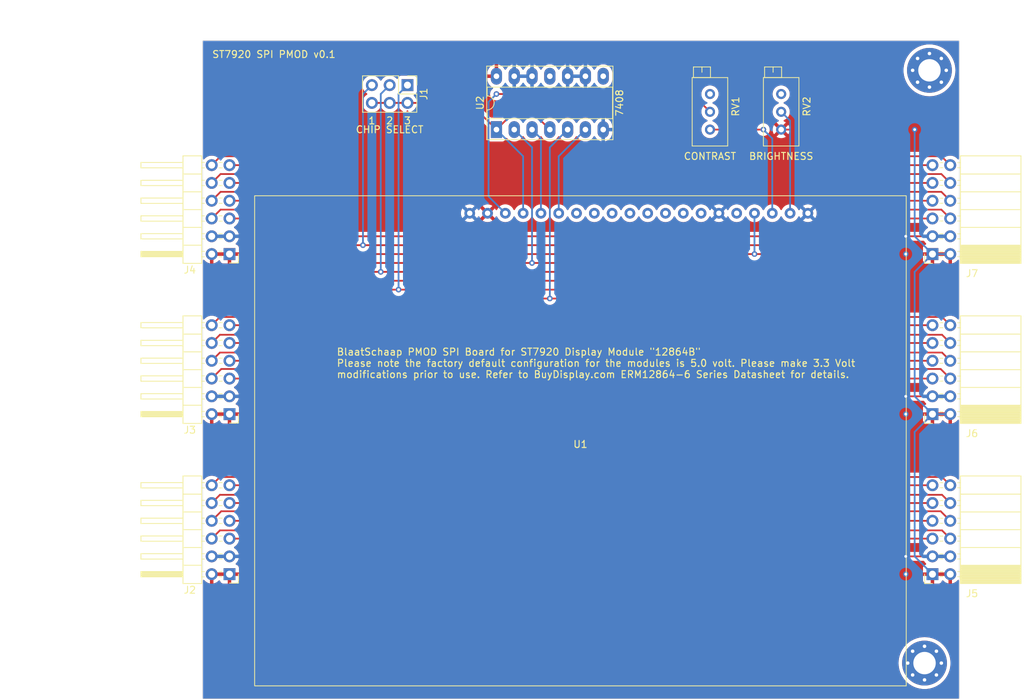
<source format=kicad_pcb>
(kicad_pcb (version 20221018) (generator pcbnew)
  (layers (0 "F.Cu" signal) (31 "B.Cu" signal) (34 "B.Paste" user "B.Plakken") (35 "F.Paste" user "F.Plakken") (36 "B.SilkS" user "B.Silkscreen") (37 "F.SilkS" user "F.Silkscreen") (38 "B.Mask" user) (39 "F.Mask" user "F. masker") (44 "Edge.Cuts" user))
  (net 0 "")
  (net 1 "SCL")
  (net 2 "SDA")
  (net 3 "PMOD_UART_INT")
  (net 4 "PMOD_UART_CTS")
  (net 5 "PMOD_UART_TXD")
  (net 6 "PMOD_UART_GPIO3")
  (net 7 "PMOD_UART_RXD")
  (net 8 "PMOD_UART_GPIO4")
  (net 9 "PMOD_UART_RTS")
  (net 10 "PMOD_SPI_INT")
  (net 11 "PMOD_SPI_CS")
  (net 12 "PMOD_SPI_RESET")
  (net 13 "PMOD_SPI_MOSI")
  (net 14 "PMOD_SPI_CS2")
  (net 15 "PMOD_SPI_MISO")
  (net 16 "PMOD_SPI_CS3")
  (net 17 "PMOD_SPI_SCK")
  (net 18 "PMOD_I2C_GPIO1")
  (net 19 "PMOD_I2C_INT")
  (net 20 "PMOD_I2C_GPIO2")
  (net 21 "PMOD_I2C_RESET")
  (net 22 "PMOD_I2C_GPIO3")
  (net 23 "PMOD_I2C_GPIO4")
  (net 24 "CS")
  (net 25 "Net-(U1-Vout)")
  (net 26 "Net-(U1-V0)")
  (net 28 "Net-(U1-LEDA)")
  (net 30 "SID")
  (net 31 "SCLK")
  (net 32 "VCC")
  (net 33 "GND")
  (net 34 "PMOD_UART_RESET")
  (footprint "Connector_PinHeader_2.54mm:PinHeader_2x06_P2.54mm_Horizontal" (layer "F.Cu") (at 63.5 119.38 180)
    (fp_text reference "J2" (at 5.655 -2.27) (layer "F.SilkS"))
    (fp_text value "~")
    (pad "1" thru_hole rect (at 0 0 180) (size 1.7 1.7) (drill 1) (layers "*.Cu" "*.Mask") (net 32 "VCC"))
    (pad "2" thru_hole oval (at 2.54 0 180) (size 1.7 1.7) (drill 1) (layers "*.Cu" "*.Mask") (net 32 "VCC"))
    (pad "3" thru_hole oval (at 0 2.54 180) (size 1.7 1.7) (drill 1) (layers "*.Cu" "*.Mask") (net 33 "GND"))
    (pad "4" thru_hole oval (at 2.54 2.54 180) (size 1.7 1.7) (drill 1) (layers "*.Cu" "*.Mask") (net 33 "GND"))
    (pad "5" thru_hole oval (at 0 5.08 180) (size 1.7 1.7) (drill 1) (layers "*.Cu" "*.Mask") (net 2 "SDA"))
    (pad "6" thru_hole oval (at 2.54 5.08 180) (size 1.7 1.7) (drill 1) (layers "*.Cu" "*.Mask") (net 23 "PMOD_I2C_GPIO4"))
    (pad "7" thru_hole oval (at 0 7.62 180) (size 1.7 1.7) (drill 1) (layers "*.Cu" "*.Mask") (net 1 "SCL"))
    (pad "8" thru_hole oval (at 2.54 7.62 180) (size 1.7 1.7) (drill 1) (layers "*.Cu" "*.Mask") (net 22 "PMOD_I2C_GPIO3"))
    (pad "9" thru_hole oval (at 0 10.16 180) (size 1.7 1.7) (drill 1) (layers "*.Cu" "*.Mask") (net 21 "PMOD_I2C_RESET"))
    (pad "10" thru_hole oval (at 2.54 10.16 180) (size 1.7 1.7) (drill 1) (layers "*.Cu" "*.Mask") (net 20 "PMOD_I2C_GPIO2"))
    (pad "11" thru_hole oval (at 0 12.7 180) (size 1.7 1.7) (drill 1) (layers "*.Cu" "*.Mask") (net 19 "PMOD_I2C_INT"))
    (pad "12" thru_hole oval (at 2.54 12.7 180) (size 1.7 1.7) (drill 1) (layers "*.Cu" "*.Mask") (net 18 "PMOD_I2C_GPIO1"))
  )
  (footprint "Connector_PinHeader_2.54mm:PinHeader_2x06_P2.54mm_Horizontal" (layer "F.Cu") (at 63.5 96.52 180)
    (fp_text reference "J3" (at 5.655 -2.27) (layer "F.SilkS"))
    (fp_text value "~")
    (pad "1" thru_hole rect (at 0 0 180) (size 1.7 1.7) (drill 1) (layers "*.Cu" "*.Mask") (net 32 "VCC"))
    (pad "2" thru_hole oval (at 2.54 0 180) (size 1.7 1.7) (drill 1) (layers "*.Cu" "*.Mask") (net 32 "VCC"))
    (pad "3" thru_hole oval (at 0 2.54 180) (size 1.7 1.7) (drill 1) (layers "*.Cu" "*.Mask") (net 33 "GND"))
    (pad "4" thru_hole oval (at 2.54 2.54 180) (size 1.7 1.7) (drill 1) (layers "*.Cu" "*.Mask") (net 33 "GND"))
    (pad "5" thru_hole oval (at 0 5.08 180) (size 1.7 1.7) (drill 1) (layers "*.Cu" "*.Mask") (net 9 "PMOD_UART_RTS"))
    (pad "6" thru_hole oval (at 2.54 5.08 180) (size 1.7 1.7) (drill 1) (layers "*.Cu" "*.Mask") (net 8 "PMOD_UART_GPIO4"))
    (pad "7" thru_hole oval (at 0 7.62 180) (size 1.7 1.7) (drill 1) (layers "*.Cu" "*.Mask") (net 7 "PMOD_UART_RXD"))
    (pad "8" thru_hole oval (at 2.54 7.62 180) (size 1.7 1.7) (drill 1) (layers "*.Cu" "*.Mask") (net 6 "PMOD_UART_GPIO3"))
    (pad "9" thru_hole oval (at 0 10.16 180) (size 1.7 1.7) (drill 1) (layers "*.Cu" "*.Mask") (net 5 "PMOD_UART_TXD"))
    (pad "10" thru_hole oval (at 2.54 10.16 180) (size 1.7 1.7) (drill 1) (layers "*.Cu" "*.Mask") (net 34 "PMOD_UART_RESET"))
    (pad "11" thru_hole oval (at 0 12.7 180) (size 1.7 1.7) (drill 1) (layers "*.Cu" "*.Mask") (net 4 "PMOD_UART_CTS"))
    (pad "12" thru_hole oval (at 2.54 12.7 180) (size 1.7 1.7) (drill 1) (layers "*.Cu" "*.Mask") (net 3 "PMOD_UART_INT"))
  )
  (footprint "Connector_PinHeader_2.54mm:PinHeader_2x06_P2.54mm_Horizontal" (layer "F.Cu") (at 63.5 73.66 180)
    (fp_text reference "J4" (at 5.655 -2.27) (layer "F.SilkS"))
    (fp_text value "~")
    (pad "1" thru_hole rect (at 0 0 180) (size 1.7 1.7) (drill 1) (layers "*.Cu" "*.Mask") (net 32 "VCC"))
    (pad "2" thru_hole oval (at 2.54 0 180) (size 1.7 1.7) (drill 1) (layers "*.Cu" "*.Mask") (net 32 "VCC"))
    (pad "3" thru_hole oval (at 0 2.54 180) (size 1.7 1.7) (drill 1) (layers "*.Cu" "*.Mask") (net 33 "GND"))
    (pad "4" thru_hole oval (at 2.54 2.54 180) (size 1.7 1.7) (drill 1) (layers "*.Cu" "*.Mask") (net 33 "GND"))
    (pad "5" thru_hole oval (at 0 5.08 180) (size 1.7 1.7) (drill 1) (layers "*.Cu" "*.Mask") (net 17 "PMOD_SPI_SCK"))
    (pad "6" thru_hole oval (at 2.54 5.08 180) (size 1.7 1.7) (drill 1) (layers "*.Cu" "*.Mask") (net 16 "PMOD_SPI_CS3"))
    (pad "7" thru_hole oval (at 0 7.62 180) (size 1.7 1.7) (drill 1) (layers "*.Cu" "*.Mask") (net 15 "PMOD_SPI_MISO"))
    (pad "8" thru_hole oval (at 2.54 7.62 180) (size 1.7 1.7) (drill 1) (layers "*.Cu" "*.Mask") (net 14 "PMOD_SPI_CS2"))
    (pad "9" thru_hole oval (at 0 10.16 180) (size 1.7 1.7) (drill 1) (layers "*.Cu" "*.Mask") (net 13 "PMOD_SPI_MOSI"))
    (pad "10" thru_hole oval (at 2.54 10.16 180) (size 1.7 1.7) (drill 1) (layers "*.Cu" "*.Mask") (net 12 "PMOD_SPI_RESET"))
    (pad "11" thru_hole oval (at 0 12.7 180) (size 1.7 1.7) (drill 1) (layers "*.Cu" "*.Mask") (net 11 "PMOD_SPI_CS"))
    (pad "12" thru_hole oval (at 2.54 12.7 180) (size 1.7 1.7) (drill 1) (layers "*.Cu" "*.Mask") (net 10 "PMOD_SPI_INT"))
  )
  (footprint "Connector_PinSocket_2.54mm:PinSocket_2x06_P2.54mm_Horizontal" (layer "F.Cu") (at 163.83 119.38 180)
    (fp_text reference "J5" (at -5.65 -2.77) (layer "F.SilkS"))
    (fp_text value "~")
    (pad "1" thru_hole rect (at 0 0 180) (size 1.7 1.7) (drill 1) (layers "*.Cu" "*.Mask") (net 32 "VCC"))
    (pad "2" thru_hole oval (at -2.54 0 180) (size 1.7 1.7) (drill 1) (layers "*.Cu" "*.Mask") (net 32 "VCC"))
    (pad "3" thru_hole oval (at 0 2.54 180) (size 1.7 1.7) (drill 1) (layers "*.Cu" "*.Mask") (net 33 "GND"))
    (pad "4" thru_hole oval (at -2.54 2.54 180) (size 1.7 1.7) (drill 1) (layers "*.Cu" "*.Mask") (net 33 "GND"))
    (pad "5" thru_hole oval (at 0 5.08 180) (size 1.7 1.7) (drill 1) (layers "*.Cu" "*.Mask") (net 2 "SDA"))
    (pad "6" thru_hole oval (at -2.54 5.08 180) (size 1.7 1.7) (drill 1) (layers "*.Cu" "*.Mask") (net 23 "PMOD_I2C_GPIO4"))
    (pad "7" thru_hole oval (at 0 7.62 180) (size 1.7 1.7) (drill 1) (layers "*.Cu" "*.Mask") (net 1 "SCL"))
    (pad "8" thru_hole oval (at -2.54 7.62 180) (size 1.7 1.7) (drill 1) (layers "*.Cu" "*.Mask") (net 22 "PMOD_I2C_GPIO3"))
    (pad "9" thru_hole oval (at 0 10.16 180) (size 1.7 1.7) (drill 1) (layers "*.Cu" "*.Mask") (net 21 "PMOD_I2C_RESET"))
    (pad "10" thru_hole oval (at -2.54 10.16 180) (size 1.7 1.7) (drill 1) (layers "*.Cu" "*.Mask") (net 20 "PMOD_I2C_GPIO2"))
    (pad "11" thru_hole oval (at 0 12.7 180) (size 1.7 1.7) (drill 1) (layers "*.Cu" "*.Mask") (net 19 "PMOD_I2C_INT"))
    (pad "12" thru_hole oval (at -2.54 12.7 180) (size 1.7 1.7) (drill 1) (layers "*.Cu" "*.Mask") (net 18 "PMOD_I2C_GPIO1"))
  )
  (footprint "Connector_PinSocket_2.54mm:PinSocket_2x06_P2.54mm_Horizontal" (layer "F.Cu") (at 163.83 73.66 180)
    (fp_text reference "J7" (at -5.65 -2.77) (layer "F.SilkS"))
    (fp_text value "~")
    (pad "1" thru_hole rect (at 0 0 180) (size 1.7 1.7) (drill 1) (layers "*.Cu" "*.Mask") (net 32 "VCC"))
    (pad "2" thru_hole oval (at -2.54 0 180) (size 1.7 1.7) (drill 1) (layers "*.Cu" "*.Mask") (net 32 "VCC"))
    (pad "3" thru_hole oval (at 0 2.54 180) (size 1.7 1.7) (drill 1) (layers "*.Cu" "*.Mask") (net 33 "GND"))
    (pad "4" thru_hole oval (at -2.54 2.54 180) (size 1.7 1.7) (drill 1) (layers "*.Cu" "*.Mask") (net 33 "GND"))
    (pad "5" thru_hole oval (at 0 5.08 180) (size 1.7 1.7) (drill 1) (layers "*.Cu" "*.Mask") (net 17 "PMOD_SPI_SCK"))
    (pad "6" thru_hole oval (at -2.54 5.08 180) (size 1.7 1.7) (drill 1) (layers "*.Cu" "*.Mask") (net 16 "PMOD_SPI_CS3"))
    (pad "7" thru_hole oval (at 0 7.62 180) (size 1.7 1.7) (drill 1) (layers "*.Cu" "*.Mask") (net 15 "PMOD_SPI_MISO"))
    (pad "8" thru_hole oval (at -2.54 7.62 180) (size 1.7 1.7) (drill 1) (layers "*.Cu" "*.Mask") (net 14 "PMOD_SPI_CS2"))
    (pad "9" thru_hole oval (at 0 10.16 180) (size 1.7 1.7) (drill 1) (layers "*.Cu" "*.Mask") (net 13 "PMOD_SPI_MOSI"))
    (pad "10" thru_hole oval (at -2.54 10.16 180) (size 1.7 1.7) (drill 1) (layers "*.Cu" "*.Mask") (net 12 "PMOD_SPI_RESET"))
    (pad "11" thru_hole oval (at 0 12.7 180) (size 1.7 1.7) (drill 1) (layers "*.Cu" "*.Mask") (net 11 "PMOD_SPI_CS"))
    (pad "12" thru_hole oval (at -2.54 12.7 180) (size 1.7 1.7) (drill 1) (layers "*.Cu" "*.Mask") (net 10 "PMOD_SPI_INT"))
  )
  (footprint "Potentiometer_THT:Potentiometer_Bourns_3296X_Horizontal" (layer "F.Cu") (at 132.08 55.88 -90)
    (fp_text reference "RV1" (at -3.3 -3.66 90) (layer "F.SilkS"))
    (fp_text value "R_Potentiometer")
    (pad "1" thru_hole circle (at 0 0 270) (size 1.44 1.44) (drill 0.8) (layers "*.Cu" "*.Mask") (net 25 "Net-(U1-Vout)"))
    (pad "2" thru_hole circle (at -2.54 0 270) (size 1.44 1.44) (drill 0.8) (layers "*.Cu" "*.Mask") (net 26 "Net-(U1-V0)"))
    (pad "3" thru_hole circle (at -5.08 0 270) (size 1.44 1.44) (drill 0.8) (layers "*.Cu" "*.Mask"))
  )
  (footprint "Package_DIP:DIP-14_W7.62mm_Socket_LongPads" (layer "F.Cu") (at 101.6 55.88 90)
    (fp_text reference "U2" (at 3.81 -2.33 90) (layer "F.SilkS"))
    (fp_text value "7408" (at 3.81 17.57 90) (layer "F.SilkS"))
    (pad "1" thru_hole rect (at 0 0 90) (size 2.4 1.6) (drill 0.8) (layers "*.Cu" "*.Mask") (net 24 "CS"))
    (pad "2" thru_hole oval (at 0 2.54 90) (size 2.4 1.6) (drill 0.8) (layers "*.Cu" "*.Mask") (net 13 "PMOD_SPI_MOSI"))
    (pad "3" thru_hole oval (at 0 5.08 90) (size 2.4 1.6) (drill 0.8) (layers "*.Cu" "*.Mask") (net 30 "SID"))
    (pad "4" thru_hole oval (at 0 7.62 90) (size 2.4 1.6) (drill 0.8) (layers "*.Cu" "*.Mask") (net 24 "CS"))
    (pad "5" thru_hole oval (at 0 10.16 90) (size 2.4 1.6) (drill 0.8) (layers "*.Cu" "*.Mask") (net 17 "PMOD_SPI_SCK"))
    (pad "6" thru_hole oval (at 0 12.7 90) (size 2.4 1.6) (drill 0.8) (layers "*.Cu" "*.Mask") (net 31 "SCLK"))
    (pad "7" thru_hole oval (at 0 15.24 90) (size 2.4 1.6) (drill 0.8) (layers "*.Cu" "*.Mask") (net 33 "GND"))
    (pad "8" thru_hole oval (at 7.62 15.24 90) (size 2.4 1.6) (drill 0.8) (layers "*.Cu" "*.Mask"))
    (pad "9" thru_hole oval (at 7.62 12.7 90) (size 2.4 1.6) (drill 0.8) (layers "*.Cu" "*.Mask") (net 33 "GND"))
    (pad "10" thru_hole oval (at 7.62 10.16 90) (size 2.4 1.6) (drill 0.8) (layers "*.Cu" "*.Mask") (net 33 "GND"))
    (pad "11" thru_hole oval (at 7.62 7.62 90) (size 2.4 1.6) (drill 0.8) (layers "*.Cu" "*.Mask"))
    (pad "12" thru_hole oval (at 7.62 5.08 90) (size 2.4 1.6) (drill 0.8) (layers "*.Cu" "*.Mask") (net 33 "GND"))
    (pad "13" thru_hole oval (at 7.62 2.54 90) (size 2.4 1.6) (drill 0.8) (layers "*.Cu" "*.Mask") (net 33 "GND"))
    (pad "14" thru_hole oval (at 7.62 0 90) (size 2.4 1.6) (drill 0.8) (layers "*.Cu" "*.Mask") (net 32 "VCC"))
  )
  (footprint "Connector_PinSocket_2.54mm:PinSocket_2x06_P2.54mm_Horizontal" (layer "F.Cu") (at 163.83 96.52 180)
    (fp_text reference "J6" (at -5.65 -2.77) (layer "F.SilkS"))
    (fp_text value "~")
    (pad "1" thru_hole rect (at 0 0 180) (size 1.7 1.7) (drill 1) (layers "*.Cu" "*.Mask") (net 32 "VCC"))
    (pad "2" thru_hole oval (at -2.54 0 180) (size 1.7 1.7) (drill 1) (layers "*.Cu" "*.Mask") (net 32 "VCC"))
    (pad "3" thru_hole oval (at 0 2.54 180) (size 1.7 1.7) (drill 1) (layers "*.Cu" "*.Mask") (net 33 "GND"))
    (pad "4" thru_hole oval (at -2.54 2.54 180) (size 1.7 1.7) (drill 1) (layers "*.Cu" "*.Mask") (net 33 "GND"))
    (pad "5" thru_hole oval (at 0 5.08 180) (size 1.7 1.7) (drill 1) (layers "*.Cu" "*.Mask") (net 9 "PMOD_UART_RTS"))
    (pad "6" thru_hole oval (at -2.54 5.08 180) (size 1.7 1.7) (drill 1) (layers "*.Cu" "*.Mask") (net 8 "PMOD_UART_GPIO4"))
    (pad "7" thru_hole oval (at 0 7.62 180) (size 1.7 1.7) (drill 1) (layers "*.Cu" "*.Mask") (net 7 "PMOD_UART_RXD"))
    (pad "8" thru_hole oval (at -2.54 7.62 180) (size 1.7 1.7) (drill 1) (layers "*.Cu" "*.Mask") (net 6 "PMOD_UART_GPIO3"))
    (pad "9" thru_hole oval (at 0 10.16 180) (size 1.7 1.7) (drill 1) (layers "*.Cu" "*.Mask") (net 5 "PMOD_UART_TXD"))
    (pad "10" thru_hole oval (at -2.54 10.16 180) (size 1.7 1.7) (drill 1) (layers "*.Cu" "*.Mask") (net 34 "PMOD_UART_RESET"))
    (pad "11" thru_hole oval (at 0 12.7 180) (size 1.7 1.7) (drill 1) (layers "*.Cu" "*.Mask") (net 4 "PMOD_UART_CTS"))
    (pad "12" thru_hole oval (at -2.54 12.7 180) (size 1.7 1.7) (drill 1) (layers "*.Cu" "*.Mask") (net 3 "PMOD_UART_INT"))
  )
  (footprint "Connector_PinHeader_2.54mm:PinHeader_2x03_P2.54mm_Vertical" (layer "F.Cu") (at 88.9 49.53 -90)
    (fp_text reference "J1" (at 1.27 -2.33 90) (layer "F.SilkS"))
    (fp_text value "Conn_02x03_Odd_Even")
    (pad "1" thru_hole rect (at 0 0 270) (size 1.7 1.7) (drill 1) (layers "*.Cu" "*.Mask") (net 16 "PMOD_SPI_CS3"))
    (pad "2" thru_hole oval (at 2.54 0 270) (size 1.7 1.7) (drill 1) (layers "*.Cu" "*.Mask") (net 24 "CS"))
    (pad "3" thru_hole oval (at 0 2.54 270) (size 1.7 1.7) (drill 1) (layers "*.Cu" "*.Mask") (net 14 "PMOD_SPI_CS2"))
    (pad "4" thru_hole oval (at 2.54 2.54 270) (size 1.7 1.7) (drill 1) (layers "*.Cu" "*.Mask") (net 24 "CS"))
    (pad "5" thru_hole oval (at 0 5.08 270) (size 1.7 1.7) (drill 1) (layers "*.Cu" "*.Mask") (net 11 "PMOD_SPI_CS"))
    (pad "6" thru_hole oval (at 2.54 5.08 270) (size 1.7 1.7) (drill 1) (layers "*.Cu" "*.Mask") (net 24 "CS"))
  )
  (footprint "MountingHole:MountingHole_3.2mm_M3_Pad_Via" (layer "F.Cu") (at 162.7 132.08)
    (fp_text reference "H2" hide)
    (fp_text value "MountingHole")
    (pad "1" thru_hole circle (at -2.4 0) (size 0.8 0.8) (drill 0.5) (layers "*.Cu" "*.Mask"))
    (pad "1" thru_hole circle (at -1.697056 -1.697056) (size 0.8 0.8) (drill 0.5) (layers "*.Cu" "*.Mask"))
    (pad "1" thru_hole circle (at -1.697056 1.697056) (size 0.8 0.8) (drill 0.5) (layers "*.Cu" "*.Mask"))
    (pad "1" thru_hole circle (at 0 -2.4) (size 0.8 0.8) (drill 0.5) (layers "*.Cu" "*.Mask"))
    (pad "1" thru_hole circle (at 0 0) (size 6.4 6.4) (drill 3.2) (layers "*.Cu" "*.Mask"))
    (pad "1" thru_hole circle (at 0 2.4) (size 0.8 0.8) (drill 0.5) (layers "*.Cu" "*.Mask"))
    (pad "1" thru_hole circle (at 1.697056 -1.697056) (size 0.8 0.8) (drill 0.5) (layers "*.Cu" "*.Mask"))
    (pad "1" thru_hole circle (at 1.697056 1.697056) (size 0.8 0.8) (drill 0.5) (layers "*.Cu" "*.Mask"))
    (pad "1" thru_hole circle (at 2.4 0) (size 0.8 0.8) (drill 0.5) (layers "*.Cu" "*.Mask"))
  )
  (footprint "MountingHole:MountingHole_3.2mm_M3_Pad_Via" (layer "F.Cu") (at 163.402944 47.417056)
    (fp_text reference "H1" hide)
    (fp_text value "MountingHole")
    (pad "1" thru_hole circle (at -2.4 0) (size 0.8 0.8) (drill 0.5) (layers "*.Cu" "*.Mask"))
    (pad "1" thru_hole circle (at -1.697056 -1.697056) (size 0.8 0.8) (drill 0.5) (layers "*.Cu" "*.Mask"))
    (pad "1" thru_hole circle (at -1.697056 1.697056) (size 0.8 0.8) (drill 0.5) (layers "*.Cu" "*.Mask"))
    (pad "1" thru_hole circle (at 0 -2.4) (size 0.8 0.8) (drill 0.5) (layers "*.Cu" "*.Mask"))
    (pad "1" thru_hole circle (at 0 0) (size 6.4 6.4) (drill 3.2) (layers "*.Cu" "*.Mask"))
    (pad "1" thru_hole circle (at 0 2.4) (size 0.8 0.8) (drill 0.5) (layers "*.Cu" "*.Mask"))
    (pad "1" thru_hole circle (at 1.697056 -1.697056) (size 0.8 0.8) (drill 0.5) (layers "*.Cu" "*.Mask"))
    (pad "1" thru_hole circle (at 1.697056 1.697056) (size 0.8 0.8) (drill 0.5) (layers "*.Cu" "*.Mask"))
    (pad "1" thru_hole circle (at 2.4 0) (size 0.8 0.8) (drill 0.5) (layers "*.Cu" "*.Mask"))
  )
  (footprint "AvS_Modules:MOD_LCD_ST7920" (layer "F.Cu") (at 113.59 100.33 180)
    (fp_text reference "U1" (at 0 -0.5 unlocked) (layer "F.SilkS"))
    (fp_text value "MOD_LCD_ST7920")
    (pad "1" thru_hole circle (at 15.8 32.5 180) (size 1.524 1.524) (drill 0.762) (layers "*.Cu" "*.Mask") (net 33 "GND"))
    (pad "2" thru_hole circle (at 13.26 32.5 180) (size 1.524 1.524) (drill 0.762) (layers "*.Cu" "*.Mask") (net 32 "VCC"))
    (pad "3" thru_hole circle (at 10.72 32.5 180) (size 1.524 1.524) (drill 0.762) (layers "*.Cu" "*.Mask") (net 26 "Net-(U1-V0)"))
    (pad "4" thru_hole circle (at 8.18 32.5 180) (size 1.524 1.524) (drill 0.762) (layers "*.Cu" "*.Mask") (net 24 "CS"))
    (pad "5" thru_hole circle (at 5.64 32.5 180) (size 1.524 1.524) (drill 0.762) (layers "*.Cu" "*.Mask") (net 30 "SID"))
    (pad "6" thru_hole circle (at 3.1 32.5 180) (size 1.524 1.524) (drill 0.762) (layers "*.Cu" "*.Mask") (net 31 "SCLK"))
    (pad "7" thru_hole circle (at 0.56 32.5 180) (size 1.524 1.524) (drill 0.762) (layers "*.Cu" "*.Mask"))
    (pad "8" thru_hole circle (at -1.98 32.5 180) (size 1.524 1.524) (drill 0.762) (layers "*.Cu" "*.Mask"))
    (pad "9" thru_hole circle (at -4.52 32.5 180) (size 1.524 1.524) (drill 0.762) (layers "*.Cu" "*.Mask"))
    (pad "10" thru_hole circle (at -7.06 32.5 180) (size 1.524 1.524) (drill 0.762) (layers "*.Cu" "*.Mask"))
    (pad "11" thru_hole circle (at -9.6 32.5 180) (size 1.524 1.524) (drill 0.762) (layers "*.Cu" "*.Mask"))
    (pad "12" thru_hole circle (at -12.14 32.5 180) (size 1.524 1.524) (drill 0.762) (layers "*.Cu" "*.Mask"))
    (pad "13" thru_hole circle (at -14.68 32.5 180) (size 1.524 1.524) (drill 0.762) (layers "*.Cu" "*.Mask"))
    (pad "14" thru_hole circle (at -17.22 32.5 180) (size 1.524 1.524) (drill 0.762) (layers "*.Cu" "*.Mask"))
    (pad "15" thru_hole circle (at -19.76 32.5 180) (size 1.524 1.524) (drill 0.762) (layers "*.Cu" "*.Mask") (net 33 "GND"))
    (pad "16" thru_hole circle (at -22.3 32.5 180) (size 1.524 1.524) (drill 0.762) (layers "*.Cu" "*.Mask"))
    (pad "17" thru_hole circle (at -24.84 32.5 180) (size 1.524 1.524) (drill 0.762) (layers "*.Cu" "*.Mask") (net 12 "PMOD_SPI_RESET"))
    (pad "18" thru_hole circle (at -27.38 32.5 180) (size 1.524 1.524) (drill 0.762) (layers "*.Cu" "*.Mask") (net 25 "Net-(U1-Vout)"))
    (pad "19" thru_hole circle (at -29.92 32.5 180) (size 1.524 1.524) (drill 0.762) (layers "*.Cu" "*.Mask") (net 28 "Net-(U1-LEDA)"))
    (pad "20" thru_hole circle (at -32.46 32.5 180) (size 1.524 1.524) (drill 0.762) (layers "*.Cu" "*.Mask") (net 33 "GND"))
  )
  (footprint "Potentiometer_THT:Potentiometer_Bourns_3296X_Horizontal" (layer "F.Cu") (at 142.24 55.88 -90)
    (fp_text reference "RV2" (at -3.3 -3.66 90) (layer "F.SilkS"))
    (fp_text value "R_Potentiometer")
    (pad "1" thru_hole circle (at 0 0 270) (size 1.44 1.44) (drill 0.8) (layers "*.Cu" "*.Mask") (net 32 "VCC"))
    (pad "2" thru_hole circle (at -2.54 0 270) (size 1.44 1.44) (drill 0.8) (layers "*.Cu" "*.Mask") (net 28 "Net-(U1-LEDA)"))
    (pad "3" thru_hole circle (at -5.08 0 270) (size 1.44 1.44) (drill 0.8) (layers "*.Cu" "*.Mask"))
  )
  (gr_line (start 167.64 43.18) (end 167.64 137.16) (stroke (width 0.05)) (layer "Edge.Cuts"))
  (gr_line (start 59.69 43.18) (end 167.64 43.18) (stroke (width 0.05)) (layer "Edge.Cuts"))
  (gr_line (start 59.69 137.16) (end 167.64 137.16) (stroke (width 0.05)) (layer "Edge.Cuts"))
  (gr_line (start 59.69 43.18) (end 59.69 137.16) (stroke (width 0.05)) (layer "Edge.Cuts"))
  (gr_text "ST7920 SPI PMOD v0.1" (at 60.96 45.72) (layer "F.SilkS") (effects (font (size 1 1)) (justify left bottom)))
  (gr_text "CONTRAST" (at 132.08 59.69) (layer "F.SilkS") (effects (font (size 1 1))))
  (gr_text "1" (at 83.82 54.61) (layer "F.SilkS") (effects (font (size 1 1))))
  (gr_text "BlaatSchaap PMOD SPI Board for ST7920 Display Module {dblquote}12864B{dblquote}\nPlease note the factory default configuration for the modules is 5.0 volt. Please make 3.3 Volt \nmodifications prior to use. Refer to BuyDisplay.com ERM12864-6 Series Datasheet for details.\n" (at 78.74 91.44) (layer "F.SilkS") (effects (font (size 1 1)) (justify left bottom)))
  (gr_text "3" (at 88.9 54.61) (layer "F.SilkS") (effects (font (size 1 1))))
  (gr_text "CHIP SELECT" (at 86.36 55.88) (layer "F.SilkS") (effects (font (size 1 1))))
  (gr_text "2" (at 86.36 54.61) (layer "F.SilkS") (effects (font (size 1 1))))
  (gr_text "BRIGHTNESS" (at 142.24 59.69) (layer "F.SilkS") (effects (font (size 1 1))))
  (segment (start 88.9 53.34) (end 88.9 53.244511) (width 0.25) (layer "F.Cu") (net 0))
  (segment (start 63.5 111.76) (end 163.83 111.76) (width 0.25) (layer "F.Cu") (net 1))
  (segment (start 63.5 114.3) (end 163.83 114.3) (width 0.25) (layer "F.Cu") (net 2))
  (segment (start 60.96 83.82) (end 62.134511 82.645489) (width 0.25) (layer "F.Cu") (net 3))
  (segment (start 62.134511 82.645489) (end 165.195489 82.645489) (width 0.25) (layer "F.Cu") (net 3))
  (segment (start 165.195489 82.645489) (end 166.37 83.82) (width 0.25) (layer "F.Cu") (net 3))
  (segment (start 163.83 83.82) (end 63.5 83.82) (width 0.25) (layer "F.Cu") (net 4))
  (segment (start 163.83 86.36) (end 63.5 86.36) (width 0.25) (layer "F.Cu") (net 5))
  (segment (start 60.96 88.9) (end 62.134511 87.725489) (width 0.25) (layer "F.Cu") (net 6))
  (segment (start 165.195489 87.725489) (end 166.37 88.9) (width 0.25) (layer "F.Cu") (net 6))
  (segment (start 62.134511 87.725489) (end 165.195489 87.725489) (width 0.25) (layer "F.Cu") (net 6))
  (segment (start 163.83 88.9) (end 63.5 88.9) (width 0.25) (layer "F.Cu") (net 7))
  (segment (start 62.325489 90.074511) (end 165.004511 90.074511) (width 0.25) (layer "F.Cu") (net 8))
  (segment (start 60.96 91.44) (end 62.325489 90.074511) (width 0.25) (layer "F.Cu") (net 8))
  (segment (start 165.004511 90.074511) (end 166.37 91.44) (width 0.25) (layer "F.Cu") (net 8))
  (segment (start 163.83 91.44) (end 63.5 91.44) (width 0.25) (layer "F.Cu") (net 9))
  (segment (start 160.02 59.69) (end 148.59 71.12) (width 0.25) (layer "F.Cu") (net 10))
  (segment (start 60.96 60.96) (end 62.23 59.69) (width 0.25) (layer "F.Cu") (net 10))
  (segment (start 67.31 59.69) (end 78.74 71.12) (width 0.25) (layer "F.Cu") (net 10))
  (segment (start 78.74 71.12) (end 148.59 71.12) (width 0.25) (layer "F.Cu") (net 10))
  (segment (start 166.37 60.96) (end 165.1 59.69) (width 0.25) (layer "F.Cu") (net 10))
  (segment (start 62.23 59.69) (end 67.31 59.69) (width 0.25) (layer "F.Cu") (net 10))
  (segment (start 165.1 59.69) (end 160.02 59.69) (width 0.25) (layer "F.Cu") (net 10))
  (segment (start 78.74 72.39) (end 67.31 60.96) (width 0.25) (layer "F.Cu") (net 11))
  (segment (start 148.59 72.39) (end 160.02 60.96) (width 0.25) (layer "F.Cu") (net 11))
  (segment (start 160.02 60.96) (end 163.83 60.96) (width 0.25) (layer "F.Cu") (net 11))
  (segment (start 82.55 72.39) (end 78.74 72.39) (width 0.25) (layer "F.Cu") (net 11))
  (segment (start 148.59 72.39) (end 82.55 72.39) (width 0.25) (layer "F.Cu") (net 11))
  (segment (start 67.31 60.96) (end 63.5 60.96) (width 0.25) (layer "F.Cu") (net 11))
  (via (at 82.55 72.39) (size 0.8) (drill 0.4) (layers "F.Cu" "B.Cu") (net 11))
  (segment (start 83.82 49.53) (end 82.55 50.8) (width 0.25) (layer "B.Cu") (net 11))
  (segment (start 82.55 50.8) (end 82.55 72.39) (width 0.25) (layer "B.Cu") (net 11))
  (segment (start 165.1 62.23) (end 166.37 63.5) (width 0.25) (layer "F.Cu") (net 12))
  (segment (start 160.02 62.23) (end 165.1 62.23) (width 0.25) (layer "F.Cu") (net 12))
  (segment (start 134.62 73.66) (end 148.59 73.66) (width 0.25) (layer "F.Cu") (net 12))
  (segment (start 67.31 62.23) (end 78.74 73.66) (width 0.25) (layer "F.Cu") (net 12))
  (segment (start 62.23 62.23) (end 67.31 62.23) (width 0.25) (layer "F.Cu") (net 12))
  (segment (start 60.96 63.5) (end 62.23 62.23) (width 0.25) (layer "F.Cu") (net 12))
  (segment (start 148.59 73.66) (end 160.02 62.23) (width 0.25) (layer "F.Cu") (net 12))
  (segment (start 78.74 73.66) (end 134.62 73.66) (width 0.25) (layer "F.Cu") (net 12))
  (via (at 138.43 73.66) (size 0.8) (drill 0.4) (layers "F.Cu" "B.Cu") (net 12))
  (segment (start 138.43 67.83) (end 138.43 73.66) (width 0.25) (layer "B.Cu") (net 12))
  (segment (start 78.74 74.93) (end 67.31 63.5) (width 0.25) (layer "F.Cu") (net 13))
  (segment (start 163.83 63.5) (end 160.02 63.5) (width 0.25) (layer "F.Cu") (net 13))
  (segment (start 148.59 74.93) (end 78.74 74.93) (width 0.25) (layer "F.Cu") (net 13))
  (segment (start 160.02 63.5) (end 148.59 74.93) (width 0.25) (layer "F.Cu") (net 13))
  (segment (start 67.31 63.5) (end 63.5 63.5) (width 0.25) (layer "F.Cu") (net 13))
  (via (at 106.68 74.93) (size 0.8) (drill 0.4) (layers "F.Cu" "B.Cu") (net 13))
  (segment (start 104.14 55.88) (end 106.68 58.42) (width 0.25) (layer "B.Cu") (net 13))
  (segment (start 106.68 58.42) (end 106.68 74.93) (width 0.25) (layer "B.Cu") (net 13))
  (segment (start 78.74 76.2) (end 148.59 76.2) (width 0.25) (layer "F.Cu") (net 14))
  (segment (start 160.02 64.77) (end 165.1 64.77) (width 0.25) (layer "F.Cu") (net 14))
  (segment (start 165.1 64.77) (end 166.37 66.04) (width 0.25) (layer "F.Cu") (net 14))
  (segment (start 67.31 64.77) (end 78.74 76.2) (width 0.25) (layer "F.Cu") (net 14))
  (segment (start 60.96 66.04) (end 62.23 64.77) (width 0.25) (layer "F.Cu") (net 14))
  (segment (start 62.23 64.77) (end 67.31 64.77) (width 0.25) (layer "F.Cu") (net 14))
  (segment (start 148.59 76.2) (end 160.02 64.77) (width 0.25) (layer "F.Cu") (net 14))
  (via (at 85.09 76.2) (size 0.8) (drill 0.4) (layers "F.Cu" "B.Cu") (net 14))
  (segment (start 85.09 50.8) (end 85.09 76.2) (width 0.25) (layer "B.Cu") (net 14))
  (segment (start 86.36 49.53) (end 85.09 50.8) (width 0.25) (layer "B.Cu") (net 14))
  (segment (start 148.59 77.47) (end 78.74 77.47) (width 0.25) (layer "F.Cu") (net 15))
  (segment (start 160.02 66.04) (end 148.59 77.47) (width 0.25) (layer "F.Cu") (net 15))
  (segment (start 78.74 77.47) (end 67.31 66.04) (width 0.25) (layer "F.Cu") (net 15))
  (segment (start 67.31 66.04) (end 63.5 66.04) (width 0.25) (layer "F.Cu") (net 15))
  (segment (start 163.83 66.04) (end 160.02 66.04) (width 0.25) (layer "F.Cu") (net 15))
  (segment (start 62.23 67.31) (end 67.31 67.31) (width 0.25) (layer "F.Cu") (net 16))
  (segment (start 67.31 67.31) (end 78.74 78.74) (width 0.25) (layer "F.Cu") (net 16))
  (segment (start 148.59 78.74) (end 160.02 67.31) (width 0.25) (layer "F.Cu") (net 16))
  (segment (start 60.96 68.58) (end 62.23 67.31) (width 0.25) (layer "F.Cu") (net 16))
  (segment (start 87.63 78.74) (end 148.59 78.74) (width 0.25) (layer "F.Cu") (net 16))
  (segment (start 160.02 67.31) (end 165.1 67.31) (width 0.25) (layer "F.Cu") (net 16))
  (segment (start 78.74 78.74) (end 87.63 78.74) (width 0.25) (layer "F.Cu") (net 16))
  (segment (start 165.1 67.31) (end 166.37 68.58) (width 0.25) (layer "F.Cu") (net 16))
  (via (at 87.63 78.74) (size 0.8) (drill 0.4) (layers "F.Cu" "B.Cu") (net 16))
  (segment (start 88.9 49.53) (end 87.63 50.8) (width 0.25) (layer "B.Cu") (net 16))
  (segment (start 87.63 50.8) (end 87.63 78.74) (width 0.25) (layer "B.Cu") (net 16))
  (segment (start 160.02 68.58) (end 148.59 80.01) (width 0.25) (layer "F.Cu") (net 17))
  (segment (start 109.22 80.01) (end 78.74 80.01) (width 0.25) (layer "F.Cu") (net 17))
  (segment (start 78.74 80.01) (end 67.31 68.58) (width 0.25) (layer "F.Cu") (net 17))
  (segment (start 163.83 68.58) (end 160.02 68.58) (width 0.25) (layer "F.Cu") (net 17))
  (segment (start 148.59 80.01) (end 109.22 80.01) (width 0.25) (layer "F.Cu") (net 17))
  (segment (start 67.31 68.58) (end 63.5 68.58) (width 0.25) (layer "F.Cu") (net 17))
  (via (at 109.22 80.01) (size 0.8) (drill 0.4) (layers "F.Cu" "B.Cu") (net 17))
  (segment (start 111.76 55.88) (end 109.22 58.42) (width 0.25) (layer "B.Cu") (net 17))
  (segment (start 109.22 58.42) (end 109.22 80.01) (width 0.25) (layer "B.Cu") (net 17))
  (segment (start 62.134511 105.505489) (end 165.195489 105.505489) (width 0.25) (layer "F.Cu") (net 18))
  (segment (start 60.96 106.68) (end 62.134511 105.505489) (width 0.25) (layer "F.Cu") (net 18))
  (segment (start 165.195489 105.505489) (end 166.37 106.68) (width 0.25) (layer "F.Cu") (net 18))
  (segment (start 63.5 106.68) (end 163.83 106.68) (width 0.25) (layer "F.Cu") (net 19))
  (segment (start 166.37 109.22) (end 165.195489 108.045489) (width 0.25) (layer "F.Cu") (net 20))
  (segment (start 62.134511 108.045489) (end 60.96 109.22) (width 0.25) (layer "F.Cu") (net 20))
  (segment (start 165.195489 108.045489) (end 62.134511 108.045489) (width 0.25) (layer "F.Cu") (net 20))
  (segment (start 163.83 109.22) (end 63.5 109.22) (width 0.25) (layer "F.Cu") (net 21))
  (segment (start 60.96 111.76) (end 62.325489 110.394511) (width 0.25) (layer "F.Cu") (net 22))
  (segment (start 62.325489 110.394511) (end 165.004511 110.394511) (width 0.25) (layer "F.Cu") (net 22))
  (segment (start 165.004511 110.394511) (end 166.37 111.76) (width 0.25) (layer "F.Cu") (net 22))
  (segment (start 166.37 114.3) (end 165.195489 113.125489) (width 0.25) (layer "F.Cu") (net 23))
  (segment (start 62.134511 113.125489) (end 60.96 114.3) (width 0.25) (layer "F.Cu") (net 23))
  (segment (start 165.195489 113.125489) (end 62.134511 113.125489) (width 0.25) (layer "F.Cu") (net 23))
  (segment (start 104.14 53.34) (end 106.68 53.34) (width 0.25) (layer "F.Cu") (net 24))
  (segment (start 106.68 53.34) (end 109.22 55.88) (width 0.25) (layer "F.Cu") (net 24))
  (segment (start 83.82 52.07) (end 88.9 52.07) (width 0.25) (layer "F.Cu") (net 24))
  (segment (start 88.9 52.07) (end 97.79 52.07) (width 0.25) (layer "F.Cu") (net 24))
  (segment (start 97.79 52.07) (end 101.6 55.88) (width 0.25) (layer "F.Cu") (net 24))
  (segment (start 101.6 55.88) (end 104.14 53.34) (width 0.25) (layer "F.Cu") (net 24))
  (segment (start 105.41 59.69) (end 101.6 55.88) (width 0.25) (layer "B.Cu") (net 24))
  (segment (start 105.41 67.83) (end 105.41 59.69) (width 0.25) (layer "B.Cu") (net 24))
  (segment (start 139.7 55.88) (end 132.08 55.88) (width 0.25) (layer "F.Cu") (net 25))
  (via (at 139.7 55.88) (size 0.8) (drill 0.4) (layers "F.Cu" "B.Cu") (net 25))
  (segment (start 140.97 57.15) (end 139.7 55.88) (width 0.25) (layer "B.Cu") (net 25))
  (segment (start 140.97 67.83) (end 140.97 57.15) (width 0.25) (layer "B.Cu") (net 25))
  (segment (start 129.54 50.8) (end 101.6 50.8) (width 0.25) (layer "F.Cu") (net 26))
  (segment (start 132.08 53.34) (end 129.54 50.8) (width 0.25) (layer "F.Cu") (net 26))
  (via (at 101.6 50.8) (size 0.8) (drill 0.4) (layers "F.Cu" "B.Cu") (net 26))
  (segment (start 101.6 50.8) (end 100.475489 51.924511) (width 0.25) (layer "B.Cu") (net 26))
  (segment (start 100.475489 65.435489) (end 102.87 67.83) (width 0.25) (layer "B.Cu") (net 26))
  (segment (start 100.475489 51.924511) (end 100.475489 65.435489) (width 0.25) (layer "B.Cu") (net 26))
  (segment (start 143.51 67.83) (end 143.51 54.61) (width 0.25) (layer "B.Cu") (net 28))
  (segment (start 143.51 54.61) (end 142.24 53.34) (width 0.25) (layer "B.Cu") (net 28))
  (segment (start 107.95 57.15) (end 106.68 55.88) (width 0.25) (layer "B.Cu") (net 30))
  (segment (start 107.95 67.83) (end 107.95 57.15) (width 0.25) (layer "B.Cu") (net 30))
  (segment (start 110.49 59.69) (end 114.3 55.88) (width 0.25) (layer "B.Cu") (net 31))
  (segment (start 110.49 67.83) (end 110.49 59.69) (width 0.25) (layer "B.Cu") (net 31))
  (segment (start 166.37 119.38) (end 160.02 119.38) (width 0.25) (layer "F.Cu") (net 32))
  (segment (start 166.37 96.52) (end 160.02 96.52) (width 0.25) (layer "F.Cu") (net 32))
  (segment (start 161.29 55.88) (end 142.24 55.88) (width 0.25) (layer "F.Cu") (net 32))
  (segment (start 166.37 73.66) (end 160.02 73.66) (width 0.25) (layer "F.Cu") (net 32))
  (via (at 160.02 73.66) (size 0.8) (drill 0.4) (layers "F.Cu" "B.Cu") (net 32))
  (via (at 160.02 119.38) (size 0.8) (drill 0.4) (layers "F.Cu" "B.Cu") (net 32))
  (via (at 161.29 55.88) (size 0.8) (drill 0.4) (layers "F.Cu" "B.Cu") (net 32))
  (via (at 160.02 96.52) (size 0.8) (drill 0.4) (layers "F.Cu" "B.Cu") (net 32))
  (segment (start 161.29 71.12) (end 161.29 55.88) (width 0.25) (layer "B.Cu") (net 32))
  (segment (start 163.83 73.66) (end 161.29 71.12) (width 0.25) (layer "B.Cu") (net 32))
  (segment (start 166.37 73.66) (end 163.83 73.66) (width 0.25) (layer "B.Cu") (net 32))
  (segment (start 166.37 96.52) (end 163.83 96.52) (width 0.25) (layer "B.Cu") (net 32))
  (segment (start 161.29 93.98) (end 161.29 76.2) (width 0.25) (layer "B.Cu") (net 32))
  (segment (start 161.29 76.2) (end 163.83 73.66) (width 0.25) (layer "B.Cu") (net 32))
  (segment (start 161.29 116.84) (end 163.83 119.38) (width 0.25) (layer "B.Cu") (net 32))
  (segment (start 163.83 96.52) (end 161.29 93.98) (width 0.25) (layer "B.Cu") (net 32))
  (segment (start 161.29 99.06) (end 161.29 116.84) (width 0.25) (layer "B.Cu") (net 32))
  (segment (start 163.83 96.52) (end 161.29 99.06) (width 0.25) (layer "B.Cu") (net 32))
  (segment (start 166.37 93.98) (end 160.02 93.98) (width 0.25) (layer "F.Cu") (net 33))
  (segment (start 166.37 116.84) (end 163.83 116.84) (width 0.25) (layer "F.Cu") (net 33))
  (segment (start 166.37 71.12) (end 163.83 71.12) (width 0.25) (layer "F.Cu") (net 33))
  (segment (start 166.37 71.12) (end 160.02 71.12) (width 0.25) (layer "F.Cu") (net 33))
  (segment (start 166.37 116.84) (end 160.02 116.84) (width 0.25) (layer "F.Cu") (net 33))
  (via (at 160.02 71.12) (size 0.8) (drill 0.4) (layers "F.Cu" "B.Cu") (net 33))
  (via (at 160.02 116.84) (size 0.8) (drill 0.4) (layers "F.Cu" "B.Cu") (net 33))
  (via (at 160.02 93.98) (size 0.8) (drill 0.4) (layers "F.Cu" "B.Cu") (net 33))
  (segment (start 60.96 86.36) (end 62.134511 85.185489) (width 0.25) (layer "F.Cu") (net 34))
  (segment (start 165.195489 85.185489) (end 166.37 86.36) (width 0.25) (layer "F.Cu") (net 34))
  (segment (start 62.134511 85.185489) (end 165.195489 85.185489) (width 0.25) (layer "F.Cu") (net 34))
  (zone (net 32) (net_name "VCC") (layer "F.Cu") (priority 1) (connect_pads (clearance 0.508)) (min_thickness 0.25) (fill yes (thermal_gap 0.5) (thermal_bridge_width 0.5))
    (polygon (pts (xy 58.42 43.18) (xy 168.91 43.18) (xy 168.91 137.16) (xy 58.42 137.16)))
  )
  (zone (net 33) (net_name "GND") (layer "B.Cu") (connect_pads (clearance 0.508)) (min_thickness 0.25) (fill yes (thermal_gap 0.5) (thermal_bridge_width 0.5))
    (polygon (pts (xy 58.42 43.18) (xy 168.91 43.18) (xy 168.91 137.16) (xy 58.42 137.16)))
  )
)
</source>
